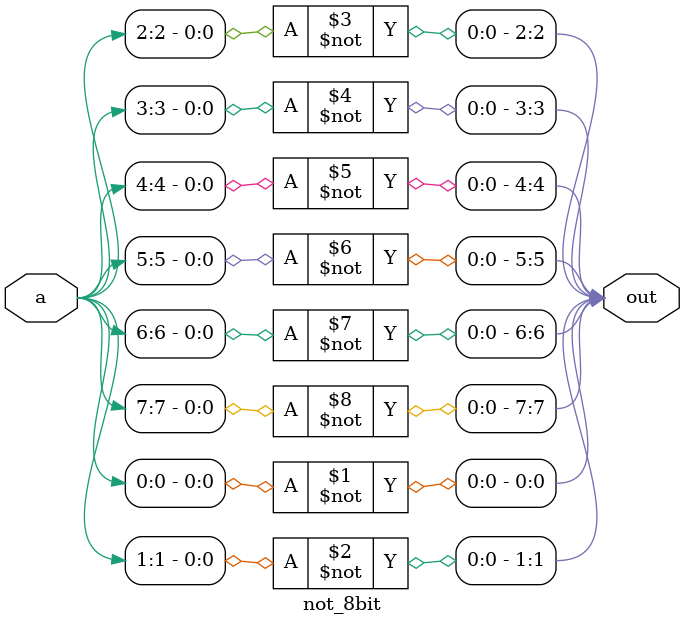
<source format=v>
module not_8bit (a,out);

input[7:0] a;
output[7:0] out;

wire[7:0] out;

assign out[0] = ~a[0];
assign out[1] = ~a[1];
assign out[2] = ~a[2];
assign out[3] = ~a[3];
assign out[4] = ~a[4];
assign out[5] = ~a[5];
assign out[6] = ~a[6];
assign out[7] = ~a[7];

endmodule

</source>
